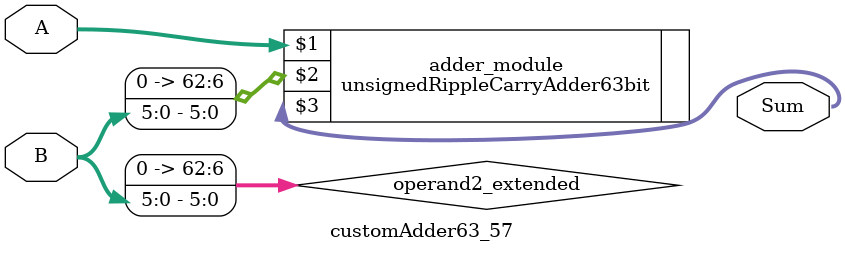
<source format=v>
module customAdder63_57(
                        input [62 : 0] A,
                        input [5 : 0] B,
                        
                        output [63 : 0] Sum
                );

        wire [62 : 0] operand2_extended;
        
        assign operand2_extended =  {57'b0, B};
        
        unsignedRippleCarryAdder63bit adder_module(
            A,
            operand2_extended,
            Sum
        );
        
        endmodule
        
</source>
